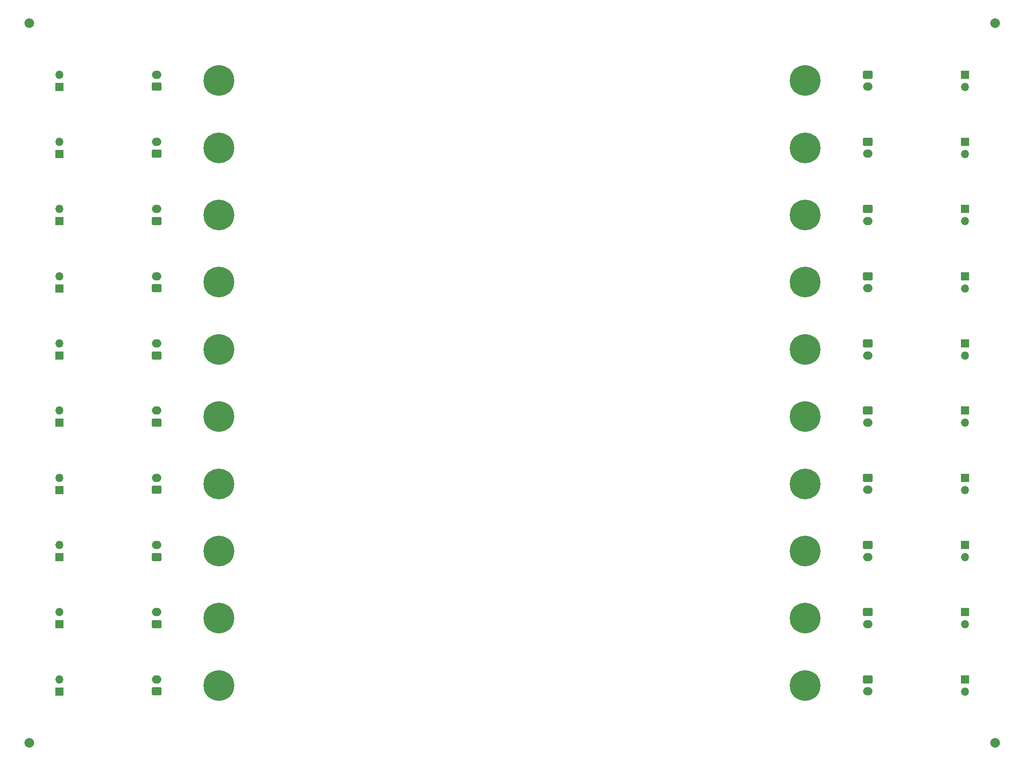
<source format=gbr>
%TF.GenerationSoftware,KiCad,Pcbnew,(6.0.7)*%
%TF.CreationDate,2023-02-06T14:52:35+00:00*%
%TF.ProjectId,Dayspring_Mini_P,44617973-7072-4696-9e67-5f4d696e695f,rev?*%
%TF.SameCoordinates,Original*%
%TF.FileFunction,Soldermask,Bot*%
%TF.FilePolarity,Negative*%
%FSLAX46Y46*%
G04 Gerber Fmt 4.6, Leading zero omitted, Abs format (unit mm)*
G04 Created by KiCad (PCBNEW (6.0.7)) date 2023-02-06 14:52:35*
%MOMM*%
%LPD*%
G01*
G04 APERTURE LIST*
G04 Aperture macros list*
%AMRoundRect*
0 Rectangle with rounded corners*
0 $1 Rounding radius*
0 $2 $3 $4 $5 $6 $7 $8 $9 X,Y pos of 4 corners*
0 Add a 4 corners polygon primitive as box body*
4,1,4,$2,$3,$4,$5,$6,$7,$8,$9,$2,$3,0*
0 Add four circle primitives for the rounded corners*
1,1,$1+$1,$2,$3*
1,1,$1+$1,$4,$5*
1,1,$1+$1,$6,$7*
1,1,$1+$1,$8,$9*
0 Add four rect primitives between the rounded corners*
20,1,$1+$1,$2,$3,$4,$5,0*
20,1,$1+$1,$4,$5,$6,$7,0*
20,1,$1+$1,$6,$7,$8,$9,0*
20,1,$1+$1,$8,$9,$2,$3,0*%
G04 Aperture macros list end*
%ADD10C,6.400000*%
%ADD11C,0.800000*%
%ADD12R,1.700000X1.700000*%
%ADD13O,1.700000X1.700000*%
%ADD14RoundRect,0.250000X0.750000X-0.600000X0.750000X0.600000X-0.750000X0.600000X-0.750000X-0.600000X0*%
%ADD15O,2.000000X1.700000*%
%ADD16RoundRect,0.250000X-0.750000X0.600000X-0.750000X-0.600000X0.750000X-0.600000X0.750000X0.600000X0*%
%ADD17C,2.000000*%
G04 APERTURE END LIST*
D10*
%TO.C,H2*%
X181000000Y-157500000D03*
D11*
X179302944Y-155802944D03*
X182697056Y-155802944D03*
X183400000Y-157500000D03*
X182697056Y-159197056D03*
X181000000Y-159900000D03*
X181000000Y-155100000D03*
X178600000Y-157500000D03*
X179302944Y-159197056D03*
%TD*%
%TO.C,H1*%
X56600000Y-59500000D03*
X61400000Y-59500000D03*
X59000000Y-61900000D03*
X60697056Y-61197056D03*
D10*
X59000000Y-59500000D03*
D11*
X57302944Y-57802944D03*
X59000000Y-57100000D03*
X60697056Y-57802944D03*
X57302944Y-61197056D03*
%TD*%
%TO.C,H2*%
X181000000Y-33900000D03*
D10*
X181000000Y-31500000D03*
D11*
X182697056Y-33197056D03*
X182697056Y-29802944D03*
X179302944Y-29802944D03*
X183400000Y-31500000D03*
X178600000Y-31500000D03*
X181000000Y-29100000D03*
X179302944Y-33197056D03*
%TD*%
%TO.C,H1*%
X56600000Y-115500000D03*
X57302944Y-113802944D03*
D10*
X59000000Y-115500000D03*
D11*
X61400000Y-115500000D03*
X60697056Y-117197056D03*
X59000000Y-117900000D03*
X60697056Y-113802944D03*
X57302944Y-117197056D03*
X59000000Y-113100000D03*
%TD*%
%TO.C,H2*%
X182697056Y-85802944D03*
X181000000Y-85100000D03*
X181000000Y-89900000D03*
X178600000Y-87500000D03*
X179302944Y-85802944D03*
X182697056Y-89197056D03*
D10*
X181000000Y-87500000D03*
D11*
X183400000Y-87500000D03*
X179302944Y-89197056D03*
%TD*%
D10*
%TO.C,H2*%
X181000000Y-129500000D03*
D11*
X182697056Y-131197056D03*
X178600000Y-129500000D03*
X179302944Y-131197056D03*
X183400000Y-129500000D03*
X182697056Y-127802944D03*
X181000000Y-131900000D03*
X181000000Y-127100000D03*
X179302944Y-127802944D03*
%TD*%
%TO.C,H1*%
X61400000Y-73500000D03*
X57302944Y-71802944D03*
X59000000Y-75900000D03*
X57302944Y-75197056D03*
X60697056Y-71802944D03*
X59000000Y-71100000D03*
X56600000Y-73500000D03*
D10*
X59000000Y-73500000D03*
D11*
X60697056Y-75197056D03*
%TD*%
%TO.C,H1*%
X60697056Y-89197056D03*
X57302944Y-89197056D03*
X59000000Y-85100000D03*
D10*
X59000000Y-87500000D03*
D11*
X60697056Y-85802944D03*
X61400000Y-87500000D03*
X59000000Y-89900000D03*
X56600000Y-87500000D03*
X57302944Y-85802944D03*
%TD*%
%TO.C,H1*%
X59000000Y-33900000D03*
X59000000Y-29100000D03*
X57302944Y-33197056D03*
X61400000Y-31500000D03*
D10*
X59000000Y-31500000D03*
D11*
X60697056Y-33197056D03*
X57302944Y-29802944D03*
X60697056Y-29802944D03*
X56600000Y-31500000D03*
%TD*%
%TO.C,H2*%
X178600000Y-59500000D03*
X179302944Y-61197056D03*
X179302944Y-57802944D03*
X181000000Y-61900000D03*
D10*
X181000000Y-59500000D03*
D11*
X182697056Y-61197056D03*
X182697056Y-57802944D03*
X183400000Y-59500000D03*
X181000000Y-57100000D03*
%TD*%
%TO.C,H2*%
X178600000Y-45500000D03*
X179302944Y-47197056D03*
X179302944Y-43802944D03*
X182697056Y-43802944D03*
X181000000Y-47900000D03*
X183400000Y-45500000D03*
X181000000Y-43100000D03*
D10*
X181000000Y-45500000D03*
D11*
X182697056Y-47197056D03*
%TD*%
%TO.C,H1*%
X60697056Y-155802944D03*
X57302944Y-159197056D03*
X59000000Y-155100000D03*
X60697056Y-159197056D03*
X61400000Y-157500000D03*
D10*
X59000000Y-157500000D03*
D11*
X56600000Y-157500000D03*
X59000000Y-159900000D03*
X57302944Y-155802944D03*
%TD*%
D10*
%TO.C,H1*%
X59000000Y-143500000D03*
D11*
X59000000Y-145900000D03*
X60697056Y-141802944D03*
X59000000Y-141100000D03*
X57302944Y-145197056D03*
X61400000Y-143500000D03*
X60697056Y-145197056D03*
X57302944Y-141802944D03*
X56600000Y-143500000D03*
%TD*%
%TO.C,H2*%
X179302944Y-113802944D03*
X182697056Y-113802944D03*
X181000000Y-113100000D03*
X179302944Y-117197056D03*
X181000000Y-117900000D03*
X183400000Y-115500000D03*
D10*
X181000000Y-115500000D03*
D11*
X182697056Y-117197056D03*
X178600000Y-115500000D03*
%TD*%
D10*
%TO.C,H1*%
X59000000Y-129500000D03*
D11*
X59000000Y-131900000D03*
X60697056Y-131197056D03*
X60697056Y-127802944D03*
X56600000Y-129500000D03*
X57302944Y-131197056D03*
X57302944Y-127802944D03*
X59000000Y-127100000D03*
X61400000Y-129500000D03*
%TD*%
%TO.C,H2*%
X179302944Y-103197056D03*
X178600000Y-101500000D03*
X183400000Y-101500000D03*
X182697056Y-99802944D03*
X179302944Y-99802944D03*
X181000000Y-99100000D03*
X181000000Y-103900000D03*
D10*
X181000000Y-101500000D03*
D11*
X182697056Y-103197056D03*
%TD*%
%TO.C,H2*%
X181000000Y-75900000D03*
X181000000Y-71100000D03*
X182697056Y-71802944D03*
X179302944Y-75197056D03*
X182697056Y-75197056D03*
X179302944Y-71802944D03*
X178600000Y-73500000D03*
D10*
X181000000Y-73500000D03*
D11*
X183400000Y-73500000D03*
%TD*%
%TO.C,H1*%
X59000000Y-99100000D03*
X56600000Y-101500000D03*
X60697056Y-103197056D03*
X57302944Y-103197056D03*
X61400000Y-101500000D03*
X59000000Y-103900000D03*
X60697056Y-99802944D03*
D10*
X59000000Y-101500000D03*
D11*
X57302944Y-99802944D03*
%TD*%
%TO.C,H2*%
X179302944Y-145197056D03*
X182697056Y-141802944D03*
D10*
X181000000Y-143500000D03*
D11*
X182697056Y-145197056D03*
X178600000Y-143500000D03*
X183400000Y-143500000D03*
X181000000Y-141100000D03*
X181000000Y-145900000D03*
X179302944Y-141802944D03*
%TD*%
D10*
%TO.C,H1*%
X59000000Y-45500000D03*
D11*
X57302944Y-47197056D03*
X57302944Y-43802944D03*
X59000000Y-47900000D03*
X59000000Y-43100000D03*
X56600000Y-45500000D03*
X60697056Y-47197056D03*
X60697056Y-43802944D03*
X61400000Y-45500000D03*
%TD*%
D12*
%TO.C,J4*%
X214250000Y-44250000D03*
D13*
X214250000Y-46790000D03*
%TD*%
D12*
%TO.C,J2*%
X25750000Y-74790000D03*
D13*
X25750000Y-72250000D03*
%TD*%
D14*
%TO.C,J1*%
X46000000Y-116750000D03*
D15*
X46000000Y-114250000D03*
%TD*%
D12*
%TO.C,J4*%
X214250000Y-114250000D03*
D13*
X214250000Y-116790000D03*
%TD*%
D12*
%TO.C,J4*%
X214250000Y-72250000D03*
D13*
X214250000Y-74790000D03*
%TD*%
D12*
%TO.C,J4*%
X214250000Y-142250000D03*
D13*
X214250000Y-144790000D03*
%TD*%
D12*
%TO.C,J2*%
X25750000Y-144790000D03*
D13*
X25750000Y-142250000D03*
%TD*%
D16*
%TO.C,J3*%
X194000000Y-30250000D03*
D15*
X194000000Y-32750000D03*
%TD*%
D12*
%TO.C,J2*%
X25750000Y-60790000D03*
D13*
X25750000Y-58250000D03*
%TD*%
D17*
%TO.C,REF\u002A\u002A*%
X220500000Y-169500000D03*
%TD*%
D12*
%TO.C,J2*%
X25750000Y-130790000D03*
D13*
X25750000Y-128250000D03*
%TD*%
D12*
%TO.C,J2*%
X25750000Y-46790000D03*
D13*
X25750000Y-44250000D03*
%TD*%
D12*
%TO.C,J2*%
X25750000Y-102790000D03*
D13*
X25750000Y-100250000D03*
%TD*%
D12*
%TO.C,J4*%
X214250000Y-30250000D03*
D13*
X214250000Y-32790000D03*
%TD*%
D12*
%TO.C,J2*%
X25750000Y-88790000D03*
D13*
X25750000Y-86250000D03*
%TD*%
D16*
%TO.C,J3*%
X194000000Y-44250000D03*
D15*
X194000000Y-46750000D03*
%TD*%
D14*
%TO.C,J1*%
X46000000Y-144750000D03*
D15*
X46000000Y-142250000D03*
%TD*%
D17*
%TO.C,REF\u002A\u002A*%
X19500000Y-19500000D03*
%TD*%
D16*
%TO.C,J3*%
X194000000Y-72250000D03*
D15*
X194000000Y-74750000D03*
%TD*%
D12*
%TO.C,J4*%
X214250000Y-86250000D03*
D13*
X214250000Y-88790000D03*
%TD*%
D12*
%TO.C,J4*%
X214250000Y-128250000D03*
D13*
X214250000Y-130790000D03*
%TD*%
D12*
%TO.C,J4*%
X214250000Y-58250000D03*
D13*
X214250000Y-60790000D03*
%TD*%
D16*
%TO.C,J3*%
X194000000Y-114250000D03*
D15*
X194000000Y-116750000D03*
%TD*%
D12*
%TO.C,J2*%
X25750000Y-32790000D03*
D13*
X25750000Y-30250000D03*
%TD*%
D14*
%TO.C,J1*%
X46000000Y-32750000D03*
D15*
X46000000Y-30250000D03*
%TD*%
D16*
%TO.C,J3*%
X194000000Y-100250000D03*
D15*
X194000000Y-102750000D03*
%TD*%
D14*
%TO.C,J1*%
X46000000Y-88750000D03*
D15*
X46000000Y-86250000D03*
%TD*%
D16*
%TO.C,J3*%
X194000000Y-86250000D03*
D15*
X194000000Y-88750000D03*
%TD*%
D17*
%TO.C,REF\u002A\u002A*%
X220500000Y-19500000D03*
%TD*%
D12*
%TO.C,J4*%
X214250000Y-156250000D03*
D13*
X214250000Y-158790000D03*
%TD*%
D14*
%TO.C,J1*%
X46000000Y-158750000D03*
D15*
X46000000Y-156250000D03*
%TD*%
D17*
%TO.C,REF\u002A\u002A*%
X19500000Y-169500000D03*
%TD*%
D16*
%TO.C,J3*%
X194000000Y-58250000D03*
D15*
X194000000Y-60750000D03*
%TD*%
D16*
%TO.C,J3*%
X194000000Y-128250000D03*
D15*
X194000000Y-130750000D03*
%TD*%
D16*
%TO.C,J3*%
X194000000Y-142250000D03*
D15*
X194000000Y-144750000D03*
%TD*%
D12*
%TO.C,J2*%
X25750000Y-116790000D03*
D13*
X25750000Y-114250000D03*
%TD*%
D14*
%TO.C,J1*%
X46000000Y-74750000D03*
D15*
X46000000Y-72250000D03*
%TD*%
D14*
%TO.C,J1*%
X46000000Y-46750000D03*
D15*
X46000000Y-44250000D03*
%TD*%
D14*
%TO.C,J1*%
X46000000Y-60750000D03*
D15*
X46000000Y-58250000D03*
%TD*%
D12*
%TO.C,J2*%
X25750000Y-158790000D03*
D13*
X25750000Y-156250000D03*
%TD*%
D12*
%TO.C,J4*%
X214250000Y-100250000D03*
D13*
X214250000Y-102790000D03*
%TD*%
D14*
%TO.C,J1*%
X46000000Y-102750000D03*
D15*
X46000000Y-100250000D03*
%TD*%
D16*
%TO.C,J3*%
X194000000Y-156250000D03*
D15*
X194000000Y-158750000D03*
%TD*%
D14*
%TO.C,J1*%
X46000000Y-130750000D03*
D15*
X46000000Y-128250000D03*
%TD*%
M02*

</source>
